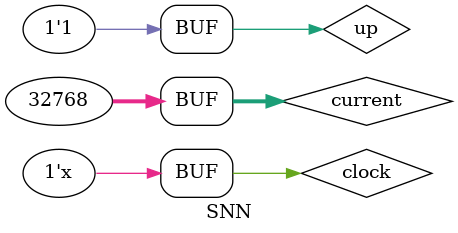
<source format=v>
`timescale 1ns / 1ps

module SNN;

reg clock = 0;
always #1 clock = ~clock;

reg [31:0] current = 32'h00008000;

wire [31:0] v;
wire [31:0] r;
reg [31:0] v_prev = 32'h8000CCCD;
reg [31:0] r_prev = 32'h00000000;

fixed_point_to_integer fpti_c(clock, current);
fixed_point_to_integer fpti_v(clock, v_prev);
fixed_point_to_integer fpti_r(clock, r_prev);
wilson w(clock, current, v_prev, r_prev, v, r);

reg up = 1;

always @ (posedge clock)
begin
	v_prev[31:0] = v[31:0];
	r_prev[31:0] = r[31:0];
end

endmodule
</source>
